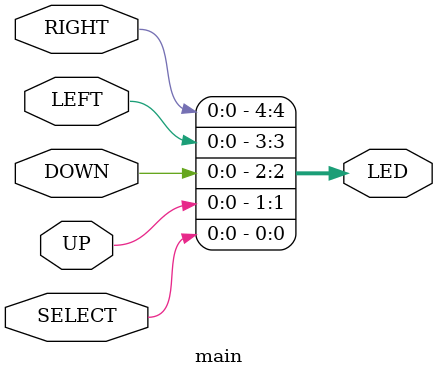
<source format=v>
module main (output [4:0] LED, input  RIGHT, input  LEFT, input  DOWN, input  UP, input  SELECT);
assign LED = {RIGHT,LEFT,DOWN,UP,SELECT};
endmodule


</source>
